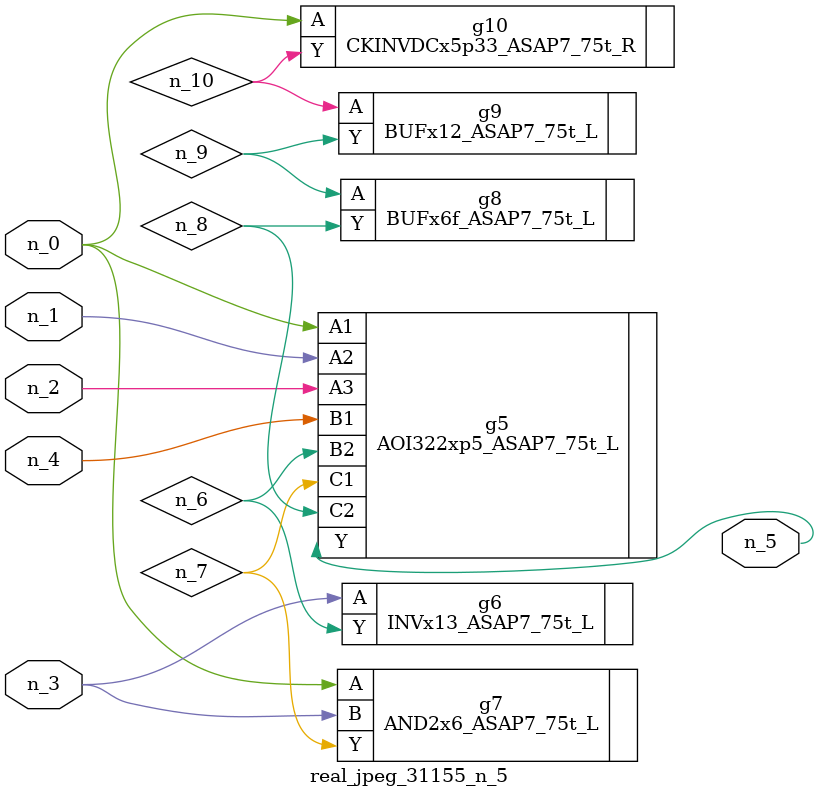
<source format=v>
module real_jpeg_31155_n_5 (n_4, n_0, n_1, n_2, n_3, n_5);

input n_4;
input n_0;
input n_1;
input n_2;
input n_3;

output n_5;

wire n_8;
wire n_6;
wire n_7;
wire n_10;
wire n_9;

AOI322xp5_ASAP7_75t_L g5 ( 
.A1(n_0),
.A2(n_1),
.A3(n_2),
.B1(n_4),
.B2(n_6),
.C1(n_7),
.C2(n_8),
.Y(n_5)
);

AND2x6_ASAP7_75t_L g7 ( 
.A(n_0),
.B(n_3),
.Y(n_7)
);

CKINVDCx5p33_ASAP7_75t_R g10 ( 
.A(n_0),
.Y(n_10)
);

INVx13_ASAP7_75t_L g6 ( 
.A(n_3),
.Y(n_6)
);

BUFx6f_ASAP7_75t_L g8 ( 
.A(n_9),
.Y(n_8)
);

BUFx12_ASAP7_75t_L g9 ( 
.A(n_10),
.Y(n_9)
);


endmodule
</source>
